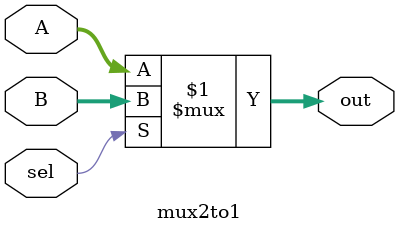
<source format=v>
module mux2to1 #(parameter DATA=32)(
input [DATA-1:0] A,
input [DATA-1:0] B,
input sel,
output [DATA-1:0] out
);

assign out=sel?B:A;

endmodule

</source>
